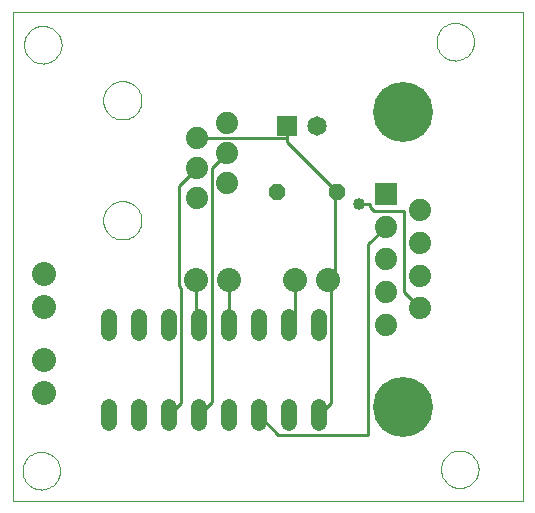
<source format=gtl>
G75*
G70*
%OFA0B0*%
%FSLAX24Y24*%
%IPPOS*%
%LPD*%
%AMOC8*
5,1,8,0,0,1.08239X$1,22.5*
%
%ADD10C,0.0000*%
%ADD11C,0.0520*%
%ADD12C,0.0800*%
%ADD13R,0.0740X0.0740*%
%ADD14C,0.0740*%
%ADD15C,0.2000*%
%ADD16OC8,0.0520*%
%ADD17R,0.0650X0.0650*%
%ADD18C,0.0650*%
%ADD19C,0.0100*%
%ADD20C,0.0400*%
D10*
X000100Y000258D02*
X000100Y016554D01*
X017100Y016558D01*
X017100Y000258D01*
X000100Y000258D01*
X000425Y001258D02*
X000427Y001308D01*
X000433Y001357D01*
X000443Y001406D01*
X000456Y001453D01*
X000474Y001500D01*
X000495Y001545D01*
X000519Y001588D01*
X000547Y001629D01*
X000578Y001668D01*
X000612Y001704D01*
X000649Y001738D01*
X000689Y001768D01*
X000730Y001795D01*
X000774Y001819D01*
X000819Y001839D01*
X000866Y001855D01*
X000914Y001868D01*
X000963Y001877D01*
X001013Y001882D01*
X001062Y001883D01*
X001112Y001880D01*
X001161Y001873D01*
X001210Y001862D01*
X001257Y001848D01*
X001303Y001829D01*
X001348Y001807D01*
X001391Y001782D01*
X001431Y001753D01*
X001469Y001721D01*
X001505Y001687D01*
X001538Y001649D01*
X001567Y001609D01*
X001593Y001567D01*
X001616Y001523D01*
X001635Y001477D01*
X001651Y001430D01*
X001663Y001381D01*
X001671Y001332D01*
X001675Y001283D01*
X001675Y001233D01*
X001671Y001184D01*
X001663Y001135D01*
X001651Y001086D01*
X001635Y001039D01*
X001616Y000993D01*
X001593Y000949D01*
X001567Y000907D01*
X001538Y000867D01*
X001505Y000829D01*
X001469Y000795D01*
X001431Y000763D01*
X001391Y000734D01*
X001348Y000709D01*
X001303Y000687D01*
X001257Y000668D01*
X001210Y000654D01*
X001161Y000643D01*
X001112Y000636D01*
X001062Y000633D01*
X001013Y000634D01*
X000963Y000639D01*
X000914Y000648D01*
X000866Y000661D01*
X000819Y000677D01*
X000774Y000697D01*
X000730Y000721D01*
X000689Y000748D01*
X000649Y000778D01*
X000612Y000812D01*
X000578Y000848D01*
X000547Y000887D01*
X000519Y000928D01*
X000495Y000971D01*
X000474Y001016D01*
X000456Y001063D01*
X000443Y001110D01*
X000433Y001159D01*
X000427Y001208D01*
X000425Y001258D01*
X003110Y009608D02*
X003112Y009658D01*
X003118Y009708D01*
X003128Y009757D01*
X003141Y009806D01*
X003159Y009853D01*
X003180Y009899D01*
X003204Y009942D01*
X003232Y009984D01*
X003263Y010024D01*
X003297Y010061D01*
X003334Y010095D01*
X003374Y010126D01*
X003416Y010154D01*
X003459Y010178D01*
X003505Y010199D01*
X003552Y010217D01*
X003601Y010230D01*
X003650Y010240D01*
X003700Y010246D01*
X003750Y010248D01*
X003800Y010246D01*
X003850Y010240D01*
X003899Y010230D01*
X003948Y010217D01*
X003995Y010199D01*
X004041Y010178D01*
X004084Y010154D01*
X004126Y010126D01*
X004166Y010095D01*
X004203Y010061D01*
X004237Y010024D01*
X004268Y009984D01*
X004296Y009942D01*
X004320Y009899D01*
X004341Y009853D01*
X004359Y009806D01*
X004372Y009757D01*
X004382Y009708D01*
X004388Y009658D01*
X004390Y009608D01*
X004388Y009558D01*
X004382Y009508D01*
X004372Y009459D01*
X004359Y009410D01*
X004341Y009363D01*
X004320Y009317D01*
X004296Y009274D01*
X004268Y009232D01*
X004237Y009192D01*
X004203Y009155D01*
X004166Y009121D01*
X004126Y009090D01*
X004084Y009062D01*
X004041Y009038D01*
X003995Y009017D01*
X003948Y008999D01*
X003899Y008986D01*
X003850Y008976D01*
X003800Y008970D01*
X003750Y008968D01*
X003700Y008970D01*
X003650Y008976D01*
X003601Y008986D01*
X003552Y008999D01*
X003505Y009017D01*
X003459Y009038D01*
X003416Y009062D01*
X003374Y009090D01*
X003334Y009121D01*
X003297Y009155D01*
X003263Y009192D01*
X003232Y009232D01*
X003204Y009274D01*
X003180Y009317D01*
X003159Y009363D01*
X003141Y009410D01*
X003128Y009459D01*
X003118Y009508D01*
X003112Y009558D01*
X003110Y009608D01*
X003110Y013608D02*
X003112Y013658D01*
X003118Y013708D01*
X003128Y013757D01*
X003141Y013806D01*
X003159Y013853D01*
X003180Y013899D01*
X003204Y013942D01*
X003232Y013984D01*
X003263Y014024D01*
X003297Y014061D01*
X003334Y014095D01*
X003374Y014126D01*
X003416Y014154D01*
X003459Y014178D01*
X003505Y014199D01*
X003552Y014217D01*
X003601Y014230D01*
X003650Y014240D01*
X003700Y014246D01*
X003750Y014248D01*
X003800Y014246D01*
X003850Y014240D01*
X003899Y014230D01*
X003948Y014217D01*
X003995Y014199D01*
X004041Y014178D01*
X004084Y014154D01*
X004126Y014126D01*
X004166Y014095D01*
X004203Y014061D01*
X004237Y014024D01*
X004268Y013984D01*
X004296Y013942D01*
X004320Y013899D01*
X004341Y013853D01*
X004359Y013806D01*
X004372Y013757D01*
X004382Y013708D01*
X004388Y013658D01*
X004390Y013608D01*
X004388Y013558D01*
X004382Y013508D01*
X004372Y013459D01*
X004359Y013410D01*
X004341Y013363D01*
X004320Y013317D01*
X004296Y013274D01*
X004268Y013232D01*
X004237Y013192D01*
X004203Y013155D01*
X004166Y013121D01*
X004126Y013090D01*
X004084Y013062D01*
X004041Y013038D01*
X003995Y013017D01*
X003948Y012999D01*
X003899Y012986D01*
X003850Y012976D01*
X003800Y012970D01*
X003750Y012968D01*
X003700Y012970D01*
X003650Y012976D01*
X003601Y012986D01*
X003552Y012999D01*
X003505Y013017D01*
X003459Y013038D01*
X003416Y013062D01*
X003374Y013090D01*
X003334Y013121D01*
X003297Y013155D01*
X003263Y013192D01*
X003232Y013232D01*
X003204Y013274D01*
X003180Y013317D01*
X003159Y013363D01*
X003141Y013410D01*
X003128Y013459D01*
X003118Y013508D01*
X003112Y013558D01*
X003110Y013608D01*
X000475Y015458D02*
X000477Y015508D01*
X000483Y015557D01*
X000493Y015606D01*
X000506Y015653D01*
X000524Y015700D01*
X000545Y015745D01*
X000569Y015788D01*
X000597Y015829D01*
X000628Y015868D01*
X000662Y015904D01*
X000699Y015938D01*
X000739Y015968D01*
X000780Y015995D01*
X000824Y016019D01*
X000869Y016039D01*
X000916Y016055D01*
X000964Y016068D01*
X001013Y016077D01*
X001063Y016082D01*
X001112Y016083D01*
X001162Y016080D01*
X001211Y016073D01*
X001260Y016062D01*
X001307Y016048D01*
X001353Y016029D01*
X001398Y016007D01*
X001441Y015982D01*
X001481Y015953D01*
X001519Y015921D01*
X001555Y015887D01*
X001588Y015849D01*
X001617Y015809D01*
X001643Y015767D01*
X001666Y015723D01*
X001685Y015677D01*
X001701Y015630D01*
X001713Y015581D01*
X001721Y015532D01*
X001725Y015483D01*
X001725Y015433D01*
X001721Y015384D01*
X001713Y015335D01*
X001701Y015286D01*
X001685Y015239D01*
X001666Y015193D01*
X001643Y015149D01*
X001617Y015107D01*
X001588Y015067D01*
X001555Y015029D01*
X001519Y014995D01*
X001481Y014963D01*
X001441Y014934D01*
X001398Y014909D01*
X001353Y014887D01*
X001307Y014868D01*
X001260Y014854D01*
X001211Y014843D01*
X001162Y014836D01*
X001112Y014833D01*
X001063Y014834D01*
X001013Y014839D01*
X000964Y014848D01*
X000916Y014861D01*
X000869Y014877D01*
X000824Y014897D01*
X000780Y014921D01*
X000739Y014948D01*
X000699Y014978D01*
X000662Y015012D01*
X000628Y015048D01*
X000597Y015087D01*
X000569Y015128D01*
X000545Y015171D01*
X000524Y015216D01*
X000506Y015263D01*
X000493Y015310D01*
X000483Y015359D01*
X000477Y015408D01*
X000475Y015458D01*
X014225Y015558D02*
X014227Y015608D01*
X014233Y015657D01*
X014243Y015706D01*
X014256Y015753D01*
X014274Y015800D01*
X014295Y015845D01*
X014319Y015888D01*
X014347Y015929D01*
X014378Y015968D01*
X014412Y016004D01*
X014449Y016038D01*
X014489Y016068D01*
X014530Y016095D01*
X014574Y016119D01*
X014619Y016139D01*
X014666Y016155D01*
X014714Y016168D01*
X014763Y016177D01*
X014813Y016182D01*
X014862Y016183D01*
X014912Y016180D01*
X014961Y016173D01*
X015010Y016162D01*
X015057Y016148D01*
X015103Y016129D01*
X015148Y016107D01*
X015191Y016082D01*
X015231Y016053D01*
X015269Y016021D01*
X015305Y015987D01*
X015338Y015949D01*
X015367Y015909D01*
X015393Y015867D01*
X015416Y015823D01*
X015435Y015777D01*
X015451Y015730D01*
X015463Y015681D01*
X015471Y015632D01*
X015475Y015583D01*
X015475Y015533D01*
X015471Y015484D01*
X015463Y015435D01*
X015451Y015386D01*
X015435Y015339D01*
X015416Y015293D01*
X015393Y015249D01*
X015367Y015207D01*
X015338Y015167D01*
X015305Y015129D01*
X015269Y015095D01*
X015231Y015063D01*
X015191Y015034D01*
X015148Y015009D01*
X015103Y014987D01*
X015057Y014968D01*
X015010Y014954D01*
X014961Y014943D01*
X014912Y014936D01*
X014862Y014933D01*
X014813Y014934D01*
X014763Y014939D01*
X014714Y014948D01*
X014666Y014961D01*
X014619Y014977D01*
X014574Y014997D01*
X014530Y015021D01*
X014489Y015048D01*
X014449Y015078D01*
X014412Y015112D01*
X014378Y015148D01*
X014347Y015187D01*
X014319Y015228D01*
X014295Y015271D01*
X014274Y015316D01*
X014256Y015363D01*
X014243Y015410D01*
X014233Y015459D01*
X014227Y015508D01*
X014225Y015558D01*
X014375Y001308D02*
X014377Y001358D01*
X014383Y001407D01*
X014393Y001456D01*
X014406Y001503D01*
X014424Y001550D01*
X014445Y001595D01*
X014469Y001638D01*
X014497Y001679D01*
X014528Y001718D01*
X014562Y001754D01*
X014599Y001788D01*
X014639Y001818D01*
X014680Y001845D01*
X014724Y001869D01*
X014769Y001889D01*
X014816Y001905D01*
X014864Y001918D01*
X014913Y001927D01*
X014963Y001932D01*
X015012Y001933D01*
X015062Y001930D01*
X015111Y001923D01*
X015160Y001912D01*
X015207Y001898D01*
X015253Y001879D01*
X015298Y001857D01*
X015341Y001832D01*
X015381Y001803D01*
X015419Y001771D01*
X015455Y001737D01*
X015488Y001699D01*
X015517Y001659D01*
X015543Y001617D01*
X015566Y001573D01*
X015585Y001527D01*
X015601Y001480D01*
X015613Y001431D01*
X015621Y001382D01*
X015625Y001333D01*
X015625Y001283D01*
X015621Y001234D01*
X015613Y001185D01*
X015601Y001136D01*
X015585Y001089D01*
X015566Y001043D01*
X015543Y000999D01*
X015517Y000957D01*
X015488Y000917D01*
X015455Y000879D01*
X015419Y000845D01*
X015381Y000813D01*
X015341Y000784D01*
X015298Y000759D01*
X015253Y000737D01*
X015207Y000718D01*
X015160Y000704D01*
X015111Y000693D01*
X015062Y000686D01*
X015012Y000683D01*
X014963Y000684D01*
X014913Y000689D01*
X014864Y000698D01*
X014816Y000711D01*
X014769Y000727D01*
X014724Y000747D01*
X014680Y000771D01*
X014639Y000798D01*
X014599Y000828D01*
X014562Y000862D01*
X014528Y000898D01*
X014497Y000937D01*
X014469Y000978D01*
X014445Y001021D01*
X014424Y001066D01*
X014406Y001113D01*
X014393Y001160D01*
X014383Y001209D01*
X014377Y001258D01*
X014375Y001308D01*
D11*
X010300Y002848D02*
X010300Y003368D01*
X009300Y003368D02*
X009300Y002848D01*
X008300Y002848D02*
X008300Y003368D01*
X007300Y003368D02*
X007300Y002848D01*
X006300Y002848D02*
X006300Y003368D01*
X005300Y003368D02*
X005300Y002848D01*
X004300Y002848D02*
X004300Y003368D01*
X003300Y003368D02*
X003300Y002848D01*
X003300Y005848D02*
X003300Y006368D01*
X004300Y006368D02*
X004300Y005848D01*
X005300Y005848D02*
X005300Y006368D01*
X006300Y006368D02*
X006300Y005848D01*
X007300Y005848D02*
X007300Y006368D01*
X008300Y006368D02*
X008300Y005848D01*
X009300Y005848D02*
X009300Y006368D01*
X010300Y006368D02*
X010300Y005848D01*
D12*
X010600Y007608D03*
X009500Y007608D03*
X007300Y007608D03*
X006200Y007608D03*
X001150Y007808D03*
X001150Y006708D03*
X001150Y004958D03*
X001150Y003858D03*
D13*
X012541Y010489D03*
D14*
X012541Y009399D03*
X013659Y009942D03*
X013659Y008852D03*
X012541Y008308D03*
X012541Y007218D03*
X013659Y006674D03*
X012541Y006127D03*
X013659Y007765D03*
X007250Y010858D03*
X006250Y010358D03*
X006250Y011358D03*
X007250Y011858D03*
X006250Y012358D03*
X007250Y012858D03*
D15*
X013100Y013230D03*
X013100Y003387D03*
D16*
X010900Y010558D03*
X008900Y010558D03*
D17*
X009250Y012758D03*
D18*
X010250Y012758D03*
D19*
X009250Y012758D02*
X009250Y012358D01*
X006250Y012358D01*
X007250Y011858D02*
X006750Y011358D01*
X006750Y003558D01*
X006300Y003108D01*
X005700Y003508D02*
X005700Y007358D01*
X005650Y007408D01*
X005650Y010758D01*
X006250Y011358D01*
X009250Y012208D02*
X009250Y012358D01*
X009250Y012208D02*
X010900Y010558D01*
X010850Y010558D01*
X010850Y007808D01*
X010650Y007608D01*
X010600Y007608D01*
X010700Y007508D01*
X010700Y003508D01*
X010300Y003108D01*
X008950Y002458D02*
X011950Y002458D01*
X011950Y008808D01*
X012500Y009358D01*
X012541Y009399D01*
X012150Y009908D02*
X013150Y009908D01*
X013150Y007208D01*
X013650Y006708D01*
X013659Y006674D01*
X012150Y009908D02*
X012000Y010058D01*
X012000Y010158D01*
X011650Y010158D01*
X009500Y007608D02*
X009500Y006308D01*
X009300Y006108D01*
X007300Y006108D02*
X007300Y007608D01*
X006200Y007608D02*
X006200Y006208D01*
X006300Y006108D01*
X005700Y003508D02*
X005300Y003108D01*
X008300Y003108D02*
X008950Y002458D01*
D20*
X011650Y010158D03*
M02*

</source>
